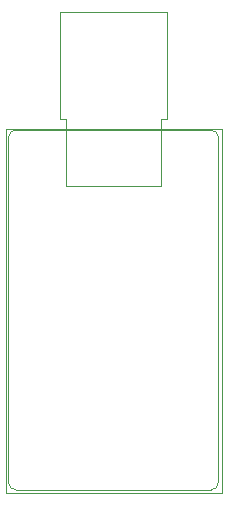
<source format=gbr>
%TF.GenerationSoftware,KiCad,Pcbnew,5.1.5+dfsg1-2~bpo10+1*%
%TF.CreationDate,Date%
%TF.ProjectId,ProMicro_LORA,50726f4d-6963-4726-9f5f-4c4f52412e6b,v1.1*%
%TF.SameCoordinates,Original*%
%TF.FileFunction,Other,User*%
%FSLAX45Y45*%
G04 Gerber Fmt 4.5, Leading zero omitted, Abs format (unit mm)*
G04 Created by KiCad*
%MOMM*%
%LPD*%
G04 APERTURE LIST*
%ADD10C,0.100000*%
%ADD11C,0.050000*%
G04 APERTURE END LIST*
D10*
X-127000Y2857500D02*
X-127000Y-63500D01*
X1651000Y2857500D02*
X1651000Y-63500D01*
X-127000Y2857500D02*
G75*
G02X-63500Y2921000I63500J0D01*
G01*
X1587500Y2921000D02*
G75*
G02X1651000Y2857500I0J-63500D01*
G01*
X-63500Y2921000D02*
X1587500Y2921000D01*
X1651000Y-63500D02*
G75*
G02X1587500Y-127000I-63500J0D01*
G01*
X-63500Y-127000D02*
G75*
G02X-127000Y-63500I0J63500D01*
G01*
X1587500Y-127000D02*
X-63500Y-127000D01*
D11*
X-150000Y-150000D02*
X1680000Y-150000D01*
X-150000Y-150000D02*
X-150000Y2930000D01*
X1680000Y2930000D02*
X1680000Y-150000D01*
X1680000Y2930000D02*
X-150000Y2930000D01*
X1212000Y3010500D02*
X1162000Y3010500D01*
X1212000Y3922500D02*
X1212000Y3010500D01*
X312000Y3010500D02*
X362000Y3010500D01*
X312000Y3922500D02*
X312000Y3010500D01*
X1162000Y2450500D02*
X362000Y2450500D01*
X1162000Y3010500D02*
X1162000Y2450500D01*
X312000Y3922500D02*
X1212000Y3922500D01*
X362000Y3010500D02*
X362000Y2450500D01*
M02*

</source>
